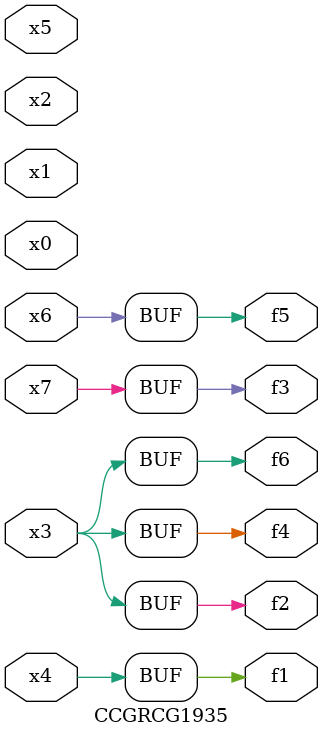
<source format=v>
module CCGRCG1935(
	input x0, x1, x2, x3, x4, x5, x6, x7,
	output f1, f2, f3, f4, f5, f6
);
	assign f1 = x4;
	assign f2 = x3;
	assign f3 = x7;
	assign f4 = x3;
	assign f5 = x6;
	assign f6 = x3;
endmodule

</source>
